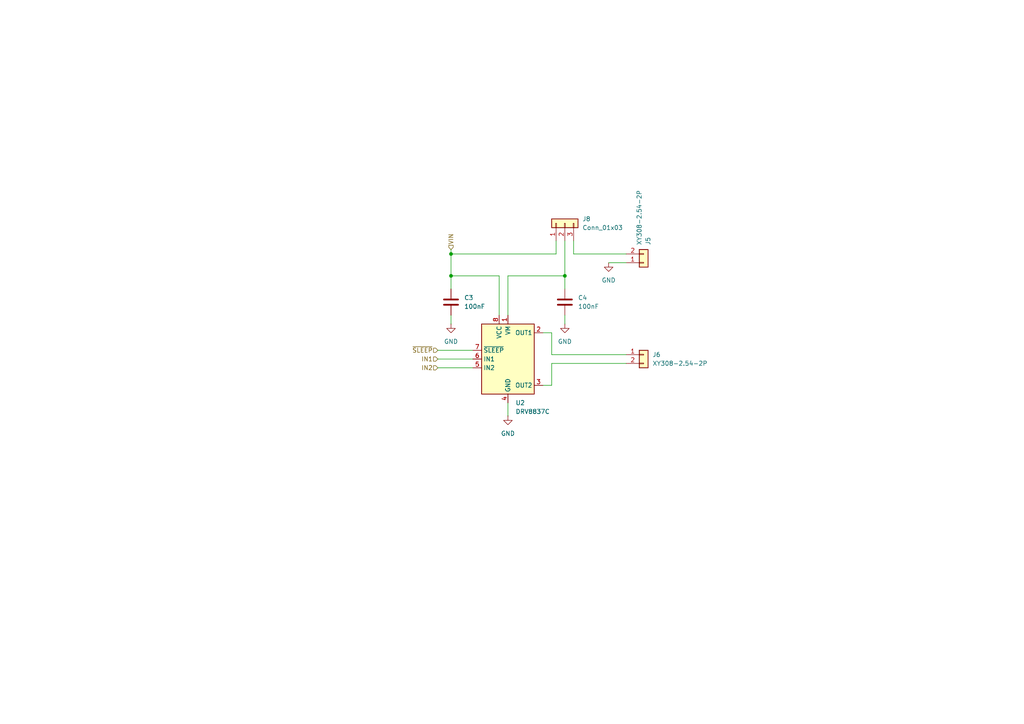
<source format=kicad_sch>
(kicad_sch (version 20231120) (generator "eeschema") (generator_version "8.0")
  (paper "A4")
  (title_block (date "mar. 31 mars 2015"))
  (lib_symbols
    (symbol "Connector_Generic:Conn_01x02" (pin_names (offset 1.016) hide)
      (property "Reference" "J" (at 0 2.54 0))
      (property "Value" "Conn_01x02" (at 0 -5.08 0))
      (symbol "Conn_01x02_1_1"
        (rectangle (start -1.27 -2.413) (end 0 -2.667) (stroke (width 0.1524)))
        (rectangle (start -1.27 0.127) (end 0 -0.127) (stroke (width 0.1524)))
        (rectangle (start -1.27 1.27) (end 1.27 -3.81) (stroke (width 0.254)) (fill (type background)))
        (pin passive line (at -5.08 0 0) (length 3.81) (name "Pin_1") (number "1"))
        (pin passive line (at -5.08 -2.54 0) (length 3.81) (name "Pin_2") (number "2"))
      )
    )
    (symbol "Connector_Generic:Conn_01x03" (pin_names (offset 1.016) hide)
      (property "Reference" "J" (at 0 5.08 0))
      (property "Value" "Conn_01x03" (at 0 -5.08 0))
      (symbol "Conn_01x03_1_1"
        (rectangle (start -1.27 -2.413) (end 0 -2.667) (stroke (width 0.1524)))
        (rectangle (start -1.27 0.127) (end 0 -0.127) (stroke (width 0.1524)))
        (rectangle (start -1.27 2.667) (end 0 2.413) (stroke (width 0.1524)))
        (rectangle (start -1.27 3.81) (end 1.27 -3.81) (stroke (width 0.254)) (fill (type background)))
        (pin passive line (at -5.08 2.54 0) (length 3.81) (name "Pin_1") (number "1"))
        (pin passive line (at -5.08 0 0) (length 3.81) (name "Pin_2") (number "2"))
        (pin passive line (at -5.08 -2.54 0) (length 3.81) (name "Pin_3") (number "3"))
      )
    )
    (symbol "Device:C" (pin_numbers hide) (pin_names (offset 0.254))
      (property "Reference" "C" (at 0.635 2.54 0))
      (property "Value" "C" (at 0.635 -2.54 0))
      (symbol "C_0_1"
        (polyline (pts (xy -2.032 -0.762) (xy 2.032 -0.762)) (stroke (width 0.508)))
        (polyline (pts (xy -2.032 0.762) (xy 2.032 0.762)) (stroke (width 0.508)))
      )
      (symbol "C_1_1"
        (pin passive line (at 0 3.81 270) (length 2.794) (name "~") (number "1"))
        (pin passive line (at 0 -3.81 90) (length 2.794) (name "~") (number "2"))
      )
    )
    (symbol "Driver_Motor:DRV8837C"
      (property "Reference" "U" (at 6.35 11.43 0))
      (property "Value" "DRV8837C" (at -10.16 11.43 0))
      (symbol "DRV8837C_0_1"
        (rectangle (start -7.62 10.16) (end 7.62 -10.16) (stroke (width 0.254)) (fill (type background)))
      )
      (symbol "DRV8837C_1_1"
        (pin power_in line (at 0 12.7 270) (length 2.54) (name "VM") (number "1"))
        (pin output line (at 10.16 7.62 180) (length 2.54) (name "OUT1") (number "2"))
        (pin output line (at 10.16 -7.62 180) (length 2.54) (name "OUT2") (number "3"))
        (pin power_in line (at 0 -12.7 90) (length 2.54) (name "GND") (number "4"))
        (pin input line (at -10.16 -2.54 0) (length 2.54) (name "IN2") (number "5"))
        (pin input line (at -10.16 0 0) (length 2.54) (name "IN1") (number "6"))
        (pin input line (at -10.16 2.54 0) (length 2.54) (name "~{SLEEP}") (number "7"))
        (pin power_in line (at -2.54 12.7 270) (length 2.54) (name "VCC") (number "8"))
        (pin passive line (at 0 -12.7 90) (length 2.54) hide (name "GND") (number "9"))
      )
    )
    (symbol "GND_1" (power) (pin_numbers hide) (pin_names (offset 0) hide)
      (property "Value" "GND" (at 0 -3.81 0))
      (symbol "GND_1_0_1"
        (polyline (pts (xy 0 0) (xy 0 -1.27) (xy 1.27 -1.27) (xy 0 -2.54) (xy -1.27 -1.27) (xy 0 -1.27)))
      )
      (symbol "GND_1_1_1"
        (pin power_in line (at 0 0 270) (length 0) (name "~") (number "1"))
      )
    )
    (symbol "GND_2" (power) (pin_numbers hide) (pin_names (offset 0) hide)
      (property "Value" "GND" (at 0 -3.81 0))
      (symbol "GND_2_0_1"
        (polyline (pts (xy 0 0) (xy 0 -1.27) (xy 1.27 -1.27) (xy 0 -2.54) (xy -1.27 -1.27) (xy 0 -1.27)))
      )
      (symbol "GND_2_1_1"
        (pin power_in line (at 0 0 270) (length 0) (name "~") (number "1"))
      )
    )
    (symbol "GND_3" (power) (pin_numbers hide) (pin_names (offset 0) hide)
      (property "Value" "GND" (at 0 -3.81 0))
      (symbol "GND_3_0_1"
        (polyline (pts (xy 0 0) (xy 0 -1.27) (xy 1.27 -1.27) (xy 0 -2.54) (xy -1.27 -1.27) (xy 0 -1.27)))
      )
      (symbol "GND_3_1_1"
        (pin power_in line (at 0 0 270) (length 0) (name "~") (number "1"))
      )
    )
  )
  (junction (at 130.81 73.66))
  (junction (at 163.83 80.01))
  (junction (at 130.81 80.01))
  (wire (pts (xy 160.02 96.52) (xy 157.48 96.52)))
  (wire (pts (xy 130.81 73.66) (xy 161.29 73.66)))
  (wire (pts (xy 160.02 105.41) (xy 181.61 105.41)))
  (wire (pts (xy 166.37 73.66) (xy 166.37 69.85)))
  (wire (pts (xy 160.02 111.76) (xy 160.02 105.41)))
  (wire (pts (xy 181.61 76.2) (xy 176.53 76.2)))
  (wire (pts (xy 147.32 116.84) (xy 147.32 120.65)))
  (wire (pts (xy 130.81 73.66) (xy 130.81 80.01)))
  (wire (pts (xy 181.61 102.87) (xy 160.02 102.87)))
  (wire (pts (xy 163.83 80.01) (xy 163.83 83.82)))
  (wire (pts (xy 161.29 73.66) (xy 161.29 69.85)))
  (wire (pts (xy 130.81 72.39) (xy 130.81 73.66)))
  (wire (pts (xy 160.02 102.87) (xy 160.02 96.52)))
  (wire (pts (xy 127 104.14) (xy 137.16 104.14)))
  (wire (pts (xy 130.81 91.44) (xy 130.81 93.98)))
  (wire (pts (xy 144.78 80.01) (xy 130.81 80.01)))
  (wire (pts (xy 157.48 111.76) (xy 160.02 111.76)))
  (wire (pts (xy 144.78 91.44) (xy 144.78 80.01)))
  (wire (pts (xy 147.32 91.44) (xy 147.32 80.01)))
  (wire (pts (xy 163.83 69.85) (xy 163.83 80.01)))
  (wire (pts (xy 127 106.68) (xy 137.16 106.68)))
  (wire (pts (xy 147.32 80.01) (xy 163.83 80.01)))
  (wire (pts (xy 166.37 73.66) (xy 181.61 73.66)))
  (wire (pts (xy 163.83 91.44) (xy 163.83 93.98)))
  (wire (pts (xy 130.81 80.01) (xy 130.81 83.82)))
  (wire (pts (xy 127 101.6) (xy 137.16 101.6)))
  (hierarchical_label "VIN" (shape input) (at 130.81 72.39 90))
  (hierarchical_label "IN2" (shape input) (at 127 106.68 180))
  (hierarchical_label "~{SLEEP}" (shape input) (at 127 101.6 180))
  (hierarchical_label "IN1" (shape input) (at 127 104.14 180))
  (symbol (lib_id "Driver_Motor:DRV8837C") (at 147.32 104.14 0) (unit 1)
    (property "Reference" "U2" (at 149.5141 116.84 0) (effects (justify left)))
    (property "Value" "DRV8837C" (at 149.5141 119.38 0) (effects (justify left)))
    (property "Footprint" "Package_SON:WSON-8-1EP_2x2mm_P0.5mm_EP0.9x1.6mm" (effects (hide yes)))
    (property "Datasheet" "http://www.ti.com/lit/ds/symlink/drv8837c.pdf" (effects (hide yes)))
    (property "Description" "H-Bridge driver, 1A, Low Voltage, PWM input, WSON-8" (effects (hide yes)))
    (property "MPN" "DRV8837CDSGR" (effects (hide yes)))
  )
  (symbol (lib_name "GND_2") (lib_id "power:GND") (at 147.32 120.65 0) (unit 1)
    (property "Reference" "#PWR013" (effects (hide yes)))
    (property "Value" "GND" (at 147.32 125.73 0))
    (property "Description" "Power symbol creates a global label with name \"GND\" , ground" (effects (hide yes)))
  )
  (symbol (lib_id "Device:C") (at 163.83 87.63 0) (unit 1)
    (property "Reference" "C4" (at 167.64 86.3599 0) (effects (justify left)))
    (property "Value" "100nF" (at 167.64 88.8999 0) (effects (justify left)))
    (property "Footprint" "Capacitor_SMD:C_0603_1608Metric" (effects (hide yes)))
    (property "Datasheet" "https://www.lcsc.com/datasheet/lcsc_datasheet_2304140030_Samsung-Electro-Mechanics-CL10B104KB8NNNC_C1591.pdf" (effects (hide yes)))
    (property "Description" "Unpolarized capacitor" (effects (hide yes)))
    (property "MPN" "CL10B104KB8NNNC" (effects (hide yes)))
  )
  (symbol (lib_id "Connector_Generic:Conn_01x02") (at 186.69 76.2 0) (mirror x) (unit 1)
    (property "Reference" "J5" (at 187.9601 71.12 90) (effects (justify right)))
    (property "Value" "XY308-2.54-2P" (at 185.4201 71.12 90) (effects (justify right)))
    (property "Footprint" "TerminalBlock:TerminalBlock_Xinya_XY308-2.54-2P_1x02_P2.54mm_Horizontal" (effects (hide yes)))
    (property "Datasheet" "https://www.lcsc.com/datasheet/lcsc_datasheet_2304140030_Ningbo-Xinlaiya-Elec--XY308-2-54-2P_C557685.pdf" (effects (hide yes)))
    (property "Description" "Generic connector, single row, 01x02, script generated (kicad-library-utils/schlib/autogen/connector/)" (effects (hide yes)))
    (property "MPN" "XY308-2.54-2P" (effects (hide yes)))
  )
  (symbol (lib_name "GND_1") (lib_id "power:GND") (at 163.83 93.98 0) (unit 1)
    (property "Reference" "#PWR014" (effects (hide yes)))
    (property "Value" "GND" (at 163.83 99.06 0))
    (property "Description" "Power symbol creates a global label with name \"GND\" , ground" (effects (hide yes)))
  )
  (symbol (lib_name "GND_1") (lib_id "power:GND") (at 130.81 93.98 0) (unit 1)
    (property "Reference" "#PWR012" (effects (hide yes)))
    (property "Value" "GND" (at 130.81 99.06 0))
    (property "Description" "Power symbol creates a global label with name \"GND\" , ground" (effects (hide yes)))
  )
  (symbol (lib_id "Device:C") (at 130.81 87.63 0) (unit 1)
    (property "Reference" "C3" (at 134.62 86.3599 0) (effects (justify left)))
    (property "Value" "100nF" (at 134.62 88.8999 0) (effects (justify left)))
    (property "Footprint" "Capacitor_SMD:C_0603_1608Metric" (effects (hide yes)))
    (property "Datasheet" "https://www.lcsc.com/datasheet/lcsc_datasheet_2304140030_Samsung-Electro-Mechanics-CL10B104KB8NNNC_C1591.pdf" (effects (hide yes)))
    (property "Description" "Unpolarized capacitor" (effects (hide yes)))
    (property "MPN" "CL10B104KB8NNNC" (effects (hide yes)))
  )
  (symbol (lib_id "Connector_Generic:Conn_01x02") (at 186.69 102.87 0) (unit 1)
    (property "Reference" "J6" (at 189.23 102.8699 0) (effects (justify left)))
    (property "Value" "XY308-2.54-2P" (at 189.23 105.4099 0) (effects (justify left)))
    (property "Footprint" "TerminalBlock:TerminalBlock_Xinya_XY308-2.54-2P_1x02_P2.54mm_Horizontal" (effects (hide yes)))
    (property "Datasheet" "https://www.lcsc.com/datasheet/lcsc_datasheet_2304140030_Ningbo-Xinlaiya-Elec--XY308-2-54-2P_C557685.pdf" (effects (hide yes)))
    (property "Description" "Generic connector, single row, 01x02, script generated (kicad-library-utils/schlib/autogen/connector/)" (effects (hide yes)))
    (property "MPN" "XY308-2.54-2P" (effects (hide yes)))
  )
  (symbol (lib_id "Connector_Generic:Conn_01x03") (at 163.83 64.77 90) (unit 1)
    (property "Reference" "J8" (at 168.91 63.4999 90) (effects (justify right)))
    (property "Value" "Conn_01x03" (at 168.91 66.0399 90) (effects (justify right)))
    (property "Footprint" "Connector_PinHeader_2.54mm:PinHeader_1x03_P2.54mm_Vertical" (effects (hide yes)))
    (property "Datasheet" "https://www.lcsc.com/datasheet/lcsc_datasheet_2212121130_BOOMELE-Boom-Precision-Elec-2-54-1-3P_C49257.pdf" (effects (hide yes)))
    (property "Description" "Generic connector, single row, 01x03, script generated (kicad-library-utils/schlib/autogen/connector/)" (effects (hide yes)))
    (property "MPN" "2.54-1*3P" (effects (hide yes)))
  )
  (symbol (lib_name "GND_3") (lib_id "power:GND") (at 176.53 76.2 0) (unit 1)
    (property "Reference" "#PWR015" (effects (hide yes)))
    (property "Value" "GND" (at 176.53 81.28 0))
    (property "Description" "Power symbol creates a global label with name \"GND\" , ground" (effects (hide yes)))
  )
)
</source>
